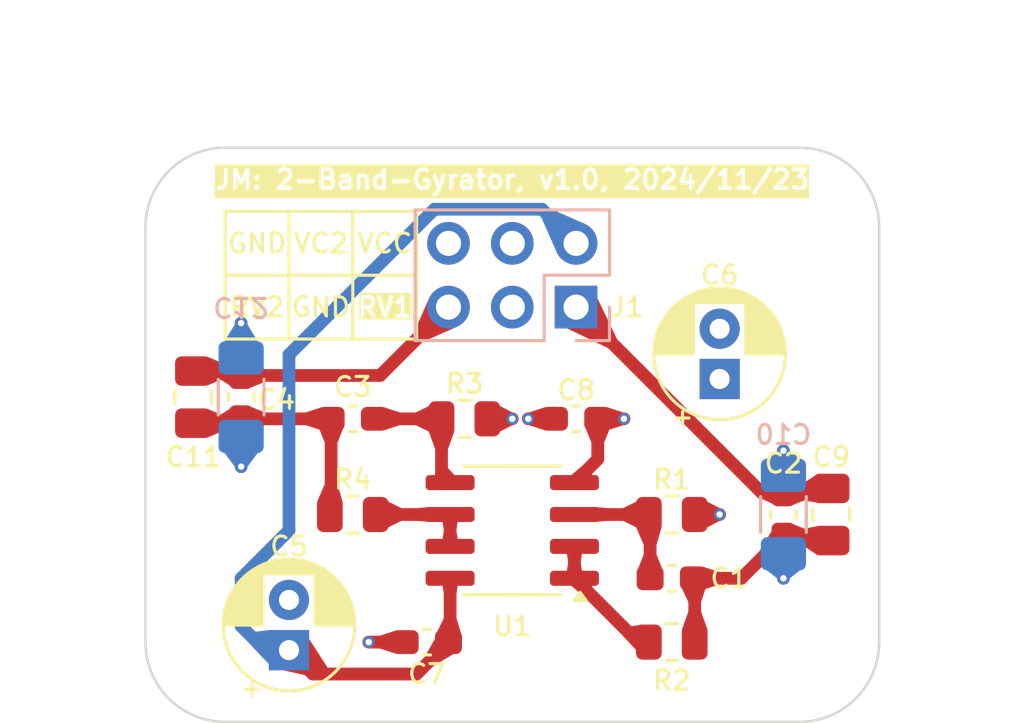
<source format=kicad_pcb>
(kicad_pcb (version 20240108) (generator "pcbnew") (generator_version "8.0")
  (title_block (title "2-Band OpAmp Gyrator") (date "2024-11-23") (rev "1.0"))
  (layers (0 "F.Cu" signal) (1 "In1.Cu" signal) (2 "In2.Cu" signal) (31 "B.Cu" signal) (34 "B.Paste" user) (35 "F.Paste" user) (36 "B.SilkS" user "B.Silkscreen") (37 "F.SilkS" user "F.Silkscreen") (38 "B.Mask" user) (39 "F.Mask" user) (44 "Edge.Cuts" user))
  (net 0 "")
  (net 1 "Net-(C1-Pad2)")
  (net 2 "Net-(U1A-+)")
  (net 3 "/RV1")
  (net 4 "Net-(U1B-+)")
  (net 5 "/RV2")
  (net 6 "/VCC{slash}2")
  (net 7 "VCC")
  (net 8 "GNDA")
  (net 9 "Net-(U1A--)")
  (net 10 "Net-(U1B--)")
  (net 11 "Net-(C11-Pad1)")
  (footprint "Capacitor_SMD:C_0603_1608Metric_Pad1.08x0.95mm_HandSolder" (layer "F.Cu") (at 161.925 78.105 90)
    (property "Reference" "C2" (at 2.032 0 0) (layer "F.SilkS") (effects (font (size 0.762 0.762) (thickness 0.127))))
    (property "Value" "0.68u")
    (fp_line (start -0.146267 -0.51) (end 0.146267 -0.51) (stroke (width 0.127)) (layer "F.SilkS"))
    (fp_line (start -0.146267 0.51) (end 0.146267 0.51) (stroke (width 0.127)) (layer "F.SilkS"))
    (pad "1" smd roundrect (at -0.8625 0 90) (size 1.075 0.95) (layers "F.Cu" "F.Paste" "F.Mask") (net 1 "Net-(C1-Pad2)"))
    (pad "2" smd roundrect (at 0.8625 0 90) (size 1.075 0.95) (layers "F.Cu" "F.Paste" "F.Mask") (net 3 "/RV1"))
  )
  (footprint "Capacitor_SMD:C_0805_2012Metric_Pad1.18x1.45mm_HandSolder" (layer "F.Cu") (at 138.43 73.4325 90)
    (property "Reference" "C11" (at -2.3865 0 0) (layer "F.SilkS") (effects (font (size 0.762 0.762) (thickness 0.127))))
    (property "Value" "1.5u")
    (fp_line (start -0.261252 -0.735) (end 0.261252 -0.735) (stroke (width 0.127)) (layer "F.SilkS"))
    (fp_line (start -0.261252 0.735) (end 0.261252 0.735) (stroke (width 0.127)) (layer "F.SilkS"))
    (pad "1" smd roundrect (at -1.0375 0 90) (size 1.175 1.45) (layers "F.Cu" "F.Paste" "F.Mask") (roundrect_rratio 0.212766) (net 11 "Net-(C11-Pad1)"))
    (pad "2" smd roundrect (at 1.0375 0 90) (size 1.175 1.45) (layers "F.Cu" "F.Paste" "F.Mask") (roundrect_rratio 0.212766) (net 5 "/RV2"))
  )
  (footprint "Capacitor_THT:CP_Radial_D5.0mm_P2.00mm" (layer "F.Cu") (at 159.385 72.710113 90)
    (property "Reference" "C6" (at 4.130113 0 0) (layer "F.SilkS") (effects (font (size 0.762 0.762) (thickness 0.127))))
    (property "Value" "100u")
    (fp_line (start 1.04 -2.58) (end 1.04 -1.04) (stroke (width 0.127)) (layer "F.SilkS"))
    (fp_line (start 1 -2.58) (end 1 -1.04) (stroke (width 0.127)) (layer "F.SilkS"))
    (fp_line (start 1.08 -2.579) (end 1.08 -1.04) (stroke (width 0.127)) (layer "F.SilkS"))
    (fp_line (start 1.12 -2.578) (end 1.12 -1.04) (stroke (width 0.127)) (layer "F.SilkS"))
    (fp_line (start 1.16 -2.576) (end 1.16 -1.04) (stroke (width 0.127)) (layer "F.SilkS"))
    (fp_line (start 1.2 -2.573) (end 1.2 -1.04) (stroke (width 0.127)) (layer "F.SilkS"))
    (fp_line (start 1.24 -2.569) (end 1.24 -1.04) (stroke (width 0.127)) (layer "F.SilkS"))
    (fp_line (start 1.28 -2.565) (end 1.28 -1.04) (stroke (width 0.127)) (layer "F.SilkS"))
    (fp_line (start 1.32 -2.561) (end 1.32 -1.04) (stroke (width 0.127)) (layer "F.SilkS"))
    (fp_line (start 1.36 -2.556) (end 1.36 -1.04) (stroke (width 0.127)) (layer "F.SilkS"))
    (fp_line (start 1.4 -2.55) (end 1.4 -1.04) (stroke (width 0.127)) (layer "F.SilkS"))
    (fp_line (start 1.44 -2.543) (end 1.44 -1.04) (stroke (width 0.127)) (layer "F.SilkS"))
    (fp_line (start 1.48 -2.536) (end 1.48 -1.04) (stroke (width 0.127)) (layer "F.SilkS"))
    (fp_line (start 1.52 -2.528) (end 1.52 -1.04) (stroke (width 0.127)) (layer "F.SilkS"))
    (fp_line (start 1.56 -2.52) (end 1.56 -1.04) (stroke (width 0.127)) (layer "F.SilkS"))
    (fp_line (start 1.6 -2.511) (end 1.6 -1.04) (stroke (width 0.127)) (layer "F.SilkS"))
    (fp_line (start 1.64 -2.501) (end 1.64 -1.04) (stroke (width 0.127)) (layer "F.SilkS"))
    (fp_line (start 1.68 -2.491) (end 1.68 -1.04) (stroke (width 0.127)) (layer "F.SilkS"))
    (fp_line (start 1.721 -2.48) (end 1.721 -1.04) (stroke (width 0.127)) (layer "F.SilkS"))
    (fp_line (start 1.761 -2.468) (end 1.761 -1.04) (stroke (width 0.127)) (layer "F.SilkS"))
    (fp_line (start 1.801 -2.455) (end 1.801 -1.04) (stroke (width 0.127)) (layer "F.SilkS"))
    (fp_line (start 1.841 -2.442) (end 1.841 -1.04) (stroke (width 0.127)) (layer "F.SilkS"))
    (fp_line (start 1.881 -2.428) (end 1.881 -1.04) (stroke (width 0.127)) (layer "F.SilkS"))
    (fp_line (start 1.921 -2.414) (end 1.921 -1.04) (stroke (width 0.127)) (layer "F.SilkS"))
    (fp_line (start 1.961 -2.398) (end 1.961 -1.04) (stroke (width 0.127)) (layer "F.SilkS"))
    (fp_line (start 2.001 -2.382) (end 2.001 -1.04) (stroke (width 0.127)) (layer "F.SilkS"))
    (fp_line (start 2.041 -2.365) (end 2.041 -1.04) (stroke (width 0.127)) (layer "F.SilkS"))
    (fp_line (start 2.081 -2.348) (end 2.081 -1.04) (stroke (width 0.127)) (layer "F.SilkS"))
    (fp_line (start 2.121 -2.329) (end 2.121 -1.04) (stroke (width 0.127)) (layer "F.SilkS"))
    (fp_line (start 2.161 -2.31) (end 2.161 -1.04) (stroke (width 0.127)) (layer "F.SilkS"))
    (fp_line (start 2.201 -2.29) (end 2.201 -1.04) (stroke (width 0.127)) (layer "F.SilkS"))
    (fp_line (start 2.241 -2.268) (end 2.241 -1.04) (stroke (width 0.127)) (layer "F.SilkS"))
    (fp_line (start 2.281 -2.247) (end 2.281 -1.04) (stroke (width 0.127)) (layer "F.SilkS"))
    (fp_line (start 2.321 -2.224) (end 2.321 -1.04) (stroke (width 0.127)) (layer "F.SilkS"))
    (fp_line (start 2.361 -2.2) (end 2.361 -1.04) (stroke (width 0.127)) (layer "F.SilkS"))
    (fp_line (start 2.401 -2.175) (end 2.401 -1.04) (stroke (width 0.127)) (layer "F.SilkS"))
    (fp_line (start 2.441 -2.149) (end 2.441 -1.04) (stroke (width 0.127)) (layer "F.SilkS"))
    (fp_line (start 2.481 -2.122) (end 2.481 -1.04) (stroke (width 0.127)) (layer "F.SilkS"))
    (fp_line (start 2.521 -2.095) (end 2.521 -1.04) (stroke (width 0.127)) (layer "F.SilkS"))
    (fp_line (start 2.561 -2.065) (end 2.561 -1.04) (stroke (width 0.127)) (layer "F.SilkS"))
    (fp_line (start 2.601 -2.035) (end 2.601 -1.04) (stroke (width 0.127)) (layer "F.SilkS"))
    (fp_line (start 2.641 -2.004) (end 2.641 -1.04) (stroke (width 0.127)) (layer "F.SilkS"))
    (fp_line (start 2.681 -1.971) (end 2.681 -1.04) (stroke (width 0.127)) (layer "F.SilkS"))
    (fp_line (start 2.721 -1.937) (end 2.721 -1.04) (stroke (width 0.127)) (layer "F.SilkS"))
    (fp_line (start 2.761 -1.901) (end 2.761 -1.04) (stroke (width 0.127)) (layer "F.SilkS"))
    (fp_line (start 2.801 -1.864) (end 2.801 -1.04) (stroke (width 0.127)) (layer "F.SilkS"))
    (fp_line (start 2.841 -1.826) (end 2.841 -1.04) (stroke (width 0.127)) (layer "F.SilkS"))
    (fp_line (start 2.881 -1.785) (end 2.881 -1.04) (stroke (width 0.127)) (layer "F.SilkS"))
    (fp_line (start 2.921 -1.743) (end 2.921 -1.04) (stroke (width 0.127)) (layer "F.SilkS"))
    (fp_line (start -1.554775 -1.725) (end -1.554775 -1.225) (stroke (width 0.127)) (layer "F.SilkS"))
    (fp_line (start 2.961 -1.699) (end 2.961 -1.04) (stroke (width 0.127)) (layer "F.SilkS"))
    (fp_line (start 3.001 -1.653) (end 3.001 -1.04) (stroke (width 0.127)) (layer "F.SilkS"))
    (fp_line (start 3.041 -1.605) (end 3.041 1.605) (stroke (width 0.127)) (layer "F.SilkS"))
    (fp_line (start 3.081 -1.554) (end 3.081 1.554) (stroke (width 0.127)) (layer "F.SilkS"))
    (fp_line (start 3.121 -1.5) (end 3.121 1.5) (stroke (width 0.127)) (layer "F.SilkS"))
    (fp_line (start -1.804775 -1.475) (end -1.304775 -1.475) (stroke (width 0.127)) (layer "F.SilkS"))
    (fp_line (start 3.161 -1.443) (end 3.161 1.443) (stroke (width 0.127)) (layer "F.SilkS"))
    (fp_line (start 3.201 -1.383) (end 3.201 1.383) (stroke (width 0.127)) (layer "F.SilkS"))
    (fp_line (start 3.241 -1.319) (end 3.241 1.319) (stroke (width 0.127)) (layer "F.SilkS"))
    (fp_line (start 3.281 -1.251) (end 3.281 1.251) (stroke (width 0.127)) (layer "F.SilkS"))
    (fp_line (start 3.321 -1.178) (end 3.321 1.178) (stroke (width 0.127)) (layer "F.SilkS"))
    (fp_line (start 3.361 -1.098) (end 3.361 1.098) (stroke (width 0.127)) (layer "F.SilkS"))
    (fp_line (start 3.401 -1.011) (end 3.401 1.011) (stroke (width 0.127)) (layer "F.SilkS"))
    (fp_line (start 3.441 -0.915) (end 3.441 0.915) (stroke (width 0.127)) (layer "F.SilkS"))
    (fp_line (start 3.481 -0.805) (end 3.481 0.805) (stroke (width 0.127)) (layer "F.SilkS"))
    (fp_line (start 3.521 -0.677) (end 3.521 0.677) (stroke (width 0.127)) (layer "F.SilkS"))
    (fp_line (start 3.561 -0.518) (end 3.561 0.518) (stroke (width 0.127)) (layer "F.SilkS"))
    (fp_line (start 3.601 -0.284) (end 3.601 0.284) (stroke (width 0.127)) (layer "F.SilkS"))
    (fp_line (start 3.001 1.04) (end 3.001 1.653) (stroke (width 0.127)) (layer "F.SilkS"))
    (fp_line (start 2.961 1.04) (end 2.961 1.699) (stroke (width 0.127)) (layer "F.SilkS"))
    (fp_line (start 2.921 1.04) (end 2.921 1.743) (stroke (width 0.127)) (layer "F.SilkS"))
    (fp_line (start 2.881 1.04) (end 2.881 1.785) (stroke (width 0.127)) (layer "F.SilkS"))
    (fp_line (start 2.841 1.04) (end 2.841 1.826) (stroke (width 0.127)) (layer "F.SilkS"))
    (fp_line (start 2.801 1.04) (end 2.801 1.864) (stroke (width 0.127)) (layer "F.SilkS"))
    (fp_line (start 2.761 1.04) (end 2.761 1.901) (stroke (width 0.127)) (layer "F.SilkS"))
    (fp_line (start 2.721 1.04) (end 2.721 1.937) (stroke (width 0.127)) (layer "F.SilkS"))
    (fp_line (start 2.681 1.04) (end 2.681 1.971) (stroke (width 0.127)) (layer "F.SilkS"))
    (fp_line (start 2.641 1.04) (end 2.641 2.004) (stroke (width 0.127)) (layer "F.SilkS"))
    (fp_line (start 2.601 1.04) (end 2.601 2.035) (stroke (width 0.127)) (layer "F.SilkS"))
    (fp_line (start 2.561 1.04) (end 2.561 2.065) (stroke (width 0.127)) (layer "F.SilkS"))
    (fp_line (start 2.521 1.04) (end 2.521 2.095) (stroke (width 0.127)) (layer "F.SilkS"))
    (fp_line (start 2.481 1.04) (end 2.481 2.122) (stroke (width 0.127)) (layer "F.SilkS"))
    (fp_line (start 2.441 1.04) (end 2.441 2.149) (stroke (width 0.127)) (layer "F.SilkS"))
    (fp_line (start 2.401 1.04) (end 2.401 2.175) (stroke (width 0.127)) (layer "F.SilkS"))
    (fp_line (start 2.361 1.04) (end 2.361 2.2) (stroke (width 0.127)) (layer "F.SilkS"))
    (fp_line (start 2.321 1.04) (end 2.321 2.224) (stroke (width 0.127)) (layer "F.SilkS"))
    (fp_line (start 2.281 1.04) (end 2.281 2.247) (stroke (width 0.127)) (layer "F.SilkS"))
    (fp_line (start 2.241 1.04) (end 2.241 2.268) (stroke (width 0.127)) (layer "F.SilkS"))
    (fp_line (start 2.201 1.04) (end 2.201 2.29) (stroke (width 0.127)) (layer "F.SilkS"))
    (fp_line (start 2.161 1.04) (end 2.161 2.31) (stroke (width 0.127)) (layer "F.SilkS"))
    (fp_line (start 2.121 1.04) (end 2.121 2.329) (stroke (width 0.127)) (layer "F.SilkS"))
    (fp_line (start 2.081 1.04) (end 2.081 2.348) (stroke (width 0.127)) (layer "F.SilkS"))
    (fp_line (start 2.041 1.04) (end 2.041 2.365) (stroke (width 0.127)) (layer "F.SilkS"))
    (fp_line (start 2.001 1.04) (end 2.001 2.382) (stroke (width 0.127)) (layer "F.SilkS"))
    (fp_line (start 1.961 1.04) (end 1.961 2.398) (stroke (width 0.127)) (layer "F.SilkS"))
    (fp_line (start 1.921 1.04) (end 1.921 2.414) (stroke (width 0.127)) (layer "F.SilkS"))
    (fp_line (start 1.881 1.04) (end 1.881 2.428) (stroke (width 0.127)) (layer "F.SilkS"))
    (fp_line (start 1.841 1.04) (end 1.841 2.442) (stroke (width 0.127)) (layer "F.SilkS"))
    (fp_line (start 1.801 1.04) (end 1.801 2.455) (stroke (width 0.127)) (layer "F.SilkS"))
    (fp_line (start 1.761 1.04) (end 1.761 2.468) (stroke (width 0.127)) (layer "F.SilkS"))
    (fp_line (start 1.721 1.04) (end 1.721 2.48) (stroke (width 0.127)) (layer "F.SilkS"))
    (fp_line (start 1.68 1.04) (end 1.68 2.491) (stroke (width 0.127)) (layer "F.SilkS"))
    (fp_line (start 1.64 1.04) (end 1.64 2.501) (stroke (width 0.127)) (layer "F.SilkS"))
    (fp_line (start 1.6 1.04) (end 1.6 2.511) (stroke (width 0.127)) (layer "F.SilkS"))
    (fp_line (start 1.56 1.04) (end 1.56 2.52) (stroke (width 0.127)) (layer "F.SilkS"))
    (fp_line (start 1.52 1.04) (end 1.52 2.528) (stroke (width 0.127)) (layer "F.SilkS"))
    (fp_line (start 1.48 1.04) (end 1.48 2.536) (stroke (width 0.127)) (layer "F.SilkS"))
    (fp_line (start 1.44 1.04) (end 1.44 2.543) (stroke (width 0.127)) (layer "F.SilkS"))
    (fp_line (start 1.4 1.04) (end 1.4 2.55) (stroke (width 0.127)) (layer "F.SilkS"))
    (fp_line (start 1.36 1.04) (end 1.36 2.556) (stroke (width 0.127)) (layer "F.SilkS"))
    (fp_line (start 1.32 1.04) (end 1.32 2.561) (stroke (width 0.127)) (layer "F.SilkS"))
    (fp_line (start 1.28 1.04) (end 1.28 2.565) (stroke (width 0.127)) (layer "F.SilkS"))
    (fp_line (start 1.24 1.04) (end 1.24 2.569) (stroke (width 0.127)) (layer "F.SilkS"))
    (fp_line (start 1.2 1.04) (end 1.2 2.573) (stroke (width 0.127)) (layer "F.SilkS"))
    (fp_line (start 1.16 1.04) (end 1.16 2.576) (stroke (width 0.127)) (layer "F.SilkS"))
    (fp_line (start 1.12 1.04) (end 1.12 2.578) (stroke (width 0.127)) (layer "F.SilkS"))
    (fp_line (start 1.08 1.04) (end 1.08 2.579) (stroke (width 0.127)) (layer "F.SilkS"))
    (fp_line (start 1.04 1.04) (end 1.04 2.58) (stroke (width 0.127)) (layer "F.SilkS"))
    (fp_line (start 1 1.04) (end 1 2.58) (stroke (width 0.127)) (layer "F.SilkS"))
    (fp_circle (center 1 0) (end 3.62 0) (stroke (width 0.127)) (fill none) (layer "F.SilkS"))
    (pad "1" thru_hole rect (at 0 0 90) (size 1.6 1.6) (drill 0.8) (layers "*.Cu" "*.Mask") (net 6 "/VCC{slash}2"))
    (pad "2" thru_hole circle (at 2 0 90) (size 1.6 1.6) (drill 0.8) (layers "*.Cu" "*.Mask") (net 8 "GNDA"))
  )
  (footprint "Package_SO:SOIC-8_3.9x4.9mm_P1.27mm" (layer "F.Cu") (at 151.13 78.74 180)
    (property "Reference" "U1" (at 0 -3.81 0) (layer "F.SilkS") (effects (font (size 0.762 0.762) (thickness 0.127))))
    (property "Value" "296-TL072HIDRCT-ND")
    (fp_line (start 0 2.56) (end 1.95 2.56) (stroke (width 0.127)) (layer "F.SilkS"))
    (fp_line (start 0 2.56) (end -1.95 2.56) (stroke (width 0.127)) (layer "F.SilkS"))
    (fp_line (start 0 -2.56) (end 1.95 -2.56) (stroke (width 0.127)) (layer "F.SilkS"))
    (fp_line (start 0 -2.56) (end -1.95 -2.56) (stroke (width 0.127)) (layer "F.SilkS"))
    (fp_poly (pts (xy -2.7 -2.465) (xy -2.94 -2.795) (xy -2.46 -2.795) (xy -2.7 -2.465)) (stroke (width 0.127)) (fill solid) (layer "F.SilkS"))
    (pad "1" smd roundrect (at -2.475 -1.905 180) (size 1.95 0.6) (layers "F.Cu" "F.Paste" "F.Mask") (net 9 "Net-(U1A--)"))
    (pad "2" smd roundrect (at -2.475 -0.635 180) (size 1.95 0.6) (layers "F.Cu" "F.Paste" "F.Mask") (net 9 "Net-(U1A--)"))
    (pad "3" smd roundrect (at -2.475 0.635 180) (size 1.95 0.6) (layers "F.Cu" "F.Paste" "F.Mask") (net 2 "Net-(U1A-+)"))
    (pad "4" smd roundrect (at -2.475 1.905 180) (size 1.95 0.6) (layers "F.Cu" "F.Paste" "F.Mask") (net 8 "GNDA"))
    (pad "5" smd roundrect (at 2.475 1.905 180) (size 1.95 0.6) (layers "F.Cu" "F.Paste" "F.Mask") (net 4 "Net-(U1B-+)"))
    (pad "6" smd roundrect (at 2.475 0.635 180) (size 1.95 0.6) (layers "F.Cu" "F.Paste" "F.Mask") (net 10 "Net-(U1B--)"))
    (pad "7" smd roundrect (at 2.475 -0.635 180) (size 1.95 0.6) (layers "F.Cu" "F.Paste" "F.Mask") (net 10 "Net-(U1B--)"))
    (pad "8" smd roundrect (at 2.475 -1.905 180) (size 1.95 0.6) (layers "F.Cu" "F.Paste" "F.Mask") (net 7 "VCC"))
  )
  (footprint "Resistor_SMD:R_0805_2012Metric" (layer "F.Cu") (at 149.225 74.295 180)
    (property "Reference" "R3" (at 0 1.397 0) (layer "F.SilkS") (effects (font (size 0.762 0.762) (thickness 0.127))))
    (property "Value" "100K")
    (fp_line (start -0.227064 0.735) (end 0.227064 0.735) (stroke (width 0.127)) (layer "F.SilkS"))
    (fp_line (start -0.227064 -0.735) (end 0.227064 -0.735) (stroke (width 0.127)) (layer "F.SilkS"))
    (pad "1" smd roundrect (at -0.9125 0 180) (size 1.025 1.4) (layers "F.Cu" "F.Paste" "F.Mask") (roundrect_rratio 0.243902) (net 6 "/VCC{slash}2"))
    (pad "2" smd roundrect (at 0.9125 0 180) (size 1.025 1.4) (layers "F.Cu" "F.Paste" "F.Mask") (roundrect_rratio 0.243902) (net 4 "Net-(U1B-+)"))
  )
  (footprint "Capacitor_SMD:C_0603_1608Metric_Pad1.08x0.95mm_HandSolder" (layer "F.Cu") (at 147.7275 83.185)
    (property "Reference" "C7" (at 0 1.27 0) (layer "F.SilkS") (effects (font (size 0.762 0.762) (thickness 0.127))))
    (property "Value" "0.1u")
    (fp_line (start -0.146267 -0.51) (end 0.146267 -0.51) (stroke (width 0.127)) (layer "F.SilkS"))
    (fp_line (start -0.146267 0.51) (end 0.146267 0.51) (stroke (width 0.127)) (layer "F.SilkS"))
    (pad "1" smd roundrect (at -0.8625 0) (size 1.075 0.95) (layers "F.Cu" "F.Paste" "F.Mask") (net 6 "/VCC{slash}2"))
    (pad "2" smd roundrect (at 0.8625 0) (size 1.075 0.95) (layers "F.Cu" "F.Paste" "F.Mask") (net 7 "VCC"))
  )
  (footprint "Resistor_SMD:R_0805_2012Metric" (layer "F.Cu") (at 157.48 83.185 180)
    (property "Reference" "R2" (at 0 -1.524 0) (layer "F.SilkS") (effects (font (size 0.762 0.762) (thickness 0.127))))
    (property "Value" "330")
    (fp_line (start -0.227064 0.735) (end 0.227064 0.735) (stroke (width 0.127)) (layer "F.SilkS"))
    (fp_line (start -0.227064 -0.735) (end 0.227064 -0.735) (stroke (width 0.127)) (layer "F.SilkS"))
    (pad "1" smd roundrect (at -0.9125 0 180) (size 1.025 1.4) (layers "F.Cu" "F.Paste" "F.Mask") (roundrect_rratio 0.243902) (net 1 "Net-(C1-Pad2)"))
    (pad "2" smd roundrect (at 0.9125 0 180) (size 1.025 1.4) (layers "F.Cu" "F.Paste" "F.Mask") (roundrect_rratio 0.243902) (net 9 "Net-(U1A--)"))
  )
  (footprint "Capacitor_SMD:C_0805_2012Metric_Pad1.18x1.45mm_HandSolder" (layer "F.Cu") (at 163.83 78.105 90)
    (property "Reference" "C9" (at 2.286 0 0) (layer "F.SilkS") (effects (font (size 0.762 0.762) (thickness 0.127))))
    (property "Value" "1.5u")
    (fp_line (start -0.261252 -0.735) (end 0.261252 -0.735) (stroke (width 0.127)) (layer "F.SilkS"))
    (fp_line (start -0.261252 0.735) (end 0.261252 0.735) (stroke (width 0.127)) (layer "F.SilkS"))
    (pad "1" smd roundrect (at -1.0375 0 90) (size 1.175 1.45) (layers "F.Cu" "F.Paste" "F.Mask") (roundrect_rratio 0.212766) (net 1 "Net-(C1-Pad2)"))
    (pad "2" smd roundrect (at 1.0375 0 90) (size 1.175 1.45) (layers "F.Cu" "F.Paste" "F.Mask") (roundrect_rratio 0.212766) (net 3 "/RV1"))
  )
  (footprint "Resistor_SMD:R_0805_2012Metric" (layer "F.Cu") (at 157.48 78.105 180)
    (property "Reference" "R1" (at 0 1.397 0) (layer "F.SilkS") (effects (font (size 0.762 0.762) (thickness 0.127))))
    (property "Value" "100K")
    (fp_line (start -0.227064 0.735) (end 0.227064 0.735) (stroke (width 0.127)) (layer "F.SilkS"))
    (fp_line (start -0.227064 -0.735) (end 0.227064 -0.735) (stroke (width 0.127)) (layer "F.SilkS"))
    (pad "1" smd roundrect (at -0.9125 0 180) (size 1.025 1.4) (layers "F.Cu" "F.Paste" "F.Mask") (roundrect_rratio 0.243902) (net 6 "/VCC{slash}2"))
    (pad "2" smd roundrect (at 0.9125 0 180) (size 1.025 1.4) (layers "F.Cu" "F.Paste" "F.Mask") (roundrect_rratio 0.243902) (net 2 "Net-(U1A-+)"))
  )
  (footprint "Capacitor_SMD:C_0603_1608Metric_Pad1.08x0.95mm_HandSolder" (layer "F.Cu") (at 140.335 73.4325 90)
    (property "Reference" "C4" (at -0.1005 1.397 0) (layer "F.SilkS") (effects (font (size 0.762 0.762) (thickness 0.127))))
    (property "Value" "0.33u")
    (fp_line (start -0.146267 -0.51) (end 0.146267 -0.51) (stroke (width 0.127)) (layer "F.SilkS"))
    (fp_line (start -0.146267 0.51) (end 0.146267 0.51) (stroke (width 0.127)) (layer "F.SilkS"))
    (pad "1" smd roundrect (at -0.8625 0 90) (size 1.075 0.95) (layers "F.Cu" "F.Paste" "F.Mask") (net 11 "Net-(C11-Pad1)"))
    (pad "2" smd roundrect (at 0.8625 0 90) (size 1.075 0.95) (layers "F.Cu" "F.Paste" "F.Mask") (net 5 "/RV2"))
  )
  (footprint "Capacitor_SMD:C_0603_1608Metric_Pad1.08x0.95mm_HandSolder" (layer "F.Cu") (at 144.78 74.295 180)
    (property "Reference" "C3" (at 0 1.27 0) (layer "F.SilkS") (effects (font (size 0.762 0.762) (thickness 0.127))))
    (property "Value" "15n")
    (fp_line (start -0.146267 0.51) (end 0.146267 0.51) (stroke (width 0.127)) (layer "F.SilkS"))
    (fp_line (start -0.146267 -0.51) (end 0.146267 -0.51) (stroke (width 0.127)) (layer "F.SilkS"))
    (pad "1" smd roundrect (at -0.8625 0 180) (size 1.075 0.95) (layers "F.Cu" "F.Paste" "F.Mask") (net 4 "Net-(U1B-+)"))
    (pad "2" smd roundrect (at 0.8625 0 180) (size 1.075 0.95) (layers "F.Cu" "F.Paste" "F.Mask") (net 11 "Net-(C11-Pad1)"))
  )
  (footprint "Capacitor_THT:CP_Radial_D5.0mm_P2.00mm" (layer "F.Cu") (at 142.24 83.505113 90)
    (property "Reference" "C5" (at 4.130113 0 0) (layer "F.SilkS") (effects (font (size 0.762 0.762) (thickness 0.127))))
    (property "Value" "100u")
    (fp_line (start 1.04 -2.58) (end 1.04 -1.04) (stroke (width 0.127)) (layer "F.SilkS"))
    (fp_line (start 1 -2.58) (end 1 -1.04) (stroke (width 0.127)) (layer "F.SilkS"))
    (fp_line (start 1.08 -2.579) (end 1.08 -1.04) (stroke (width 0.127)) (layer "F.SilkS"))
    (fp_line (start 1.12 -2.578) (end 1.12 -1.04) (stroke (width 0.127)) (layer "F.SilkS"))
    (fp_line (start 1.16 -2.576) (end 1.16 -1.04) (stroke (width 0.127)) (layer "F.SilkS"))
    (fp_line (start 1.2 -2.573) (end 1.2 -1.04) (stroke (width 0.127)) (layer "F.SilkS"))
    (fp_line (start 1.24 -2.569) (end 1.24 -1.04) (stroke (width 0.127)) (layer "F.SilkS"))
    (fp_line (start 1.28 -2.565) (end 1.28 -1.04) (stroke (width 0.127)) (layer "F.SilkS"))
    (fp_line (start 1.32 -2.561) (end 1.32 -1.04) (stroke (width 0.127)) (layer "F.SilkS"))
    (fp_line (start 1.36 -2.556) (end 1.36 -1.04) (stroke (width 0.127)) (layer "F.SilkS"))
    (fp_line (start 1.4 -2.55) (end 1.4 -1.04) (stroke (width 0.127)) (layer "F.SilkS"))
    (fp_line (start 1.44 -2.543) (end 1.44 -1.04) (stroke (width 0.127)) (layer "F.SilkS"))
    (fp_line (start 1.48 -2.536) (end 1.48 -1.04) (stroke (width 0.127)) (layer "F.SilkS"))
    (fp_line (start 1.52 -2.528) (end 1.52 -1.04) (stroke (width 0.127)) (layer "F.SilkS"))
    (fp_line (start 1.56 -2.52) (end 1.56 -1.04) (stroke (width 0.127)) (layer "F.SilkS"))
    (fp_line (start 1.6 -2.511) (end 1.6 -1.04) (stroke (width 0.127)) (layer "F.SilkS"))
    (fp_line (start 1.64 -2.501) (end 1.64 -1.04) (stroke (width 0.127)) (layer "F.SilkS"))
    (fp_line (start 1.68 -2.491) (end 1.68 -1.04) (stroke (width 0.127)) (layer "F.SilkS"))
    (fp_line (start 1.721 -2.48) (end 1.721 -1.04) (stroke (width 0.127)) (layer "F.SilkS"))
    (fp_line (start 1.761 -2.468) (end 1.761 -1.04) (stroke (width 0.127)) (layer "F.SilkS"))
    (fp_line (start 1.801 -2.455) (end 1.801 -1.04) (stroke (width 0.127)) (layer "F.SilkS"))
    (fp_line (start 1.841 -2.442) (end 1.841 -1.04) (stroke (width 0.127)) (layer "F.SilkS"))
    (fp_line (start 1.881 -2.428) (end 1.881 -1.04) (stroke (width 0.127)) (layer "F.SilkS"))
    (fp_line (start 1.921 -2.414) (end 1.921 -1.04) (stroke (width 0.127)) (layer "F.SilkS"))
    (fp_line (start 1.961 -2.398) (end 1.961 -1.04) (stroke (width 0.127)) (layer "F.SilkS"))
    (fp_line (start 2.001 -2.382) (end 2.001 -1.04) (stroke (width 0.127)) (layer "F.SilkS"))
    (fp_line (start 2.041 -2.365) (end 2.041 -1.04) (stroke (width 0.127)) (layer "F.SilkS"))
    (fp_line (start 2.081 -2.348) (end 2.081 -1.04) (stroke (width 0.127)) (layer "F.SilkS"))
    (fp_line (start 2.121 -2.329) (end 2.121 -1.04) (stroke (width 0.127)) (layer "F.SilkS"))
    (fp_line (start 2.161 -2.31) (end 2.161 -1.04) (stroke (width 0.127)) (layer "F.SilkS"))
    (fp_line (start 2.201 -2.29) (end 2.201 -1.04) (stroke (width 0.127)) (layer "F.SilkS"))
    (fp_line (start 2.241 -2.268) (end 2.241 -1.04) (stroke (width 0.127)) (layer "F.SilkS"))
    (fp_line (start 2.281 -2.247) (end 2.281 -1.04) (stroke (width 0.127)) (layer "F.SilkS"))
    (fp_line (start 2.321 -2.224) (end 2.321 -1.04) (stroke (width 0.127)) (layer "F.SilkS"))
    (fp_line (start 2.361 -2.2) (end 2.361 -1.04) (stroke (width 0.127)) (layer "F.SilkS"))
    (fp_line (start 2.401 -2.175) (end 2.401 -1.04) (stroke (width 0.127)) (layer "F.SilkS"))
    (fp_line (start 2.441 -2.149) (end 2.441 -1.04) (stroke (width 0.127)) (layer "F.SilkS"))
    (fp_line (start 2.481 -2.122) (end 2.481 -1.04) (stroke (width 0.127)) (layer "F.SilkS"))
    (fp_line (start 2.521 -2.095) (end 2.521 -1.04) (stroke (width 0.127)) (layer "F.SilkS"))
    (fp_line (start 2.561 -2.065) (end 2.561 -1.04) (stroke (width 0.127)) (layer "F.SilkS"))
    (fp_line (start 2.601 -2.035) (end 2.601 -1.04) (stroke (width 0.127)) (layer "F.SilkS"))
    (fp_line (start 2.641 -2.004) (end 2.641 -1.04) (stroke (width 0.127)) (layer "F.SilkS"))
    (fp_line (start 2.681 -1.971) (end 2.681 -1.04) (stroke (width 0.127)) (layer "F.SilkS"))
    (fp_line (start 2.721 -1.937) (end 2.721 -1.04) (stroke (width 0.127)) (layer "F.SilkS"))
    (fp_line (start 2.761 -1.901) (end 2.761 -1.04) (stroke (width 0.127)) (layer "F.SilkS"))
    (fp_line (start 2.801 -1.864) (end 2.801 -1.04) (stroke (width 0.127)) (layer "F.SilkS"))
    (fp_line (start 2.841 -1.826) (end 2.841 -1.04) (stroke (width 0.127)) (layer "F.SilkS"))
    (fp_line (start 2.881 -1.785) (end 2.881 -1.04) (stroke (width 0.127)) (layer "F.SilkS"))
    (fp_line (start 2.921 -1.743) (end 2.921 -1.04) (stroke (width 0.127)) (layer "F.SilkS"))
    (fp_line (start -1.554775 -1.725) (end -1.554775 -1.225) (stroke (width 0.127)) (layer "F.SilkS"))
    (fp_line (start 2.961 -1.699) (end 2.961 -1.04) (stroke (width 0.127)) (layer "F.SilkS"))
    (fp_line (start 3.001 -1.653) (end 3.001 -1.04) (stroke (width 0.127)) (layer "F.SilkS"))
    (fp_line (start 3.041 -1.605) (end 3.041 1.605) (stroke (width 0.127)) (layer "F.SilkS"))
    (fp_line (start 3.081 -1.554) (end 3.081 1.554) (stroke (width 0.127)) (layer "F.SilkS"))
    (fp_line (start 3.121 -1.5) (end 3.121 1.5) (stroke (width 0.127)) (layer "F.SilkS"))
    (fp_line (start -1.804775 -1.475) (end -1.304775 -1.475) (stroke (width 0.127)) (layer "F.SilkS"))
    (fp_line (start 3.161 -1.443) (end 3.161 1.443) (stroke (width 0.127)) (layer "F.SilkS"))
    (fp_line (start 3.201 -1.383) (end 3.201 1.383) (stroke (width 0.127)) (layer "F.SilkS"))
    (fp_line (start 3.241 -1.319) (end 3.241 1.319) (stroke (width 0.127)) (layer "F.SilkS"))
    (fp_line (start 3.281 -1.251) (end 3.281 1.251) (stroke (width 0.127)) (layer "F.SilkS"))
    (fp_line (start 3.321 -1.178) (end 3.321 1.178) (stroke (width 0.127)) (layer "F.SilkS"))
    (fp_line (start 3.361 -1.098) (end 3.361 1.098) (stroke (width 0.127)) (layer "F.SilkS"))
    (fp_line (start 3.401 -1.011) (end 3.401 1.011) (stroke (width 0.127)) (layer "F.SilkS"))
    (fp_line (start 3.441 -0.915) (end 3.441 0.915) (stroke (width 0.127)) (layer "F.SilkS"))
    (fp_line (start 3.481 -0.805) (end 3.481 0.805) (stroke (width 0.127)) (layer "F.SilkS"))
    (fp_line (start 3.521 -0.677) (end 3.521 0.677) (stroke (width 0.127)) (layer "F.SilkS"))
    (fp_line (start 3.561 -0.518) (end 3.561 0.518) (stroke (width 0.127)) (layer "F.SilkS"))
    (fp_line (start 3.601 -0.284) (end 3.601 0.284) (stroke (width 0.127)) (layer "F.SilkS"))
    (fp_line (start 3.001 1.04) (end 3.001 1.653) (stroke (width 0.127)) (layer "F.SilkS"))
    (fp_line (start 2.961 1.04) (end 2.961 1.699) (stroke (width 0.127)) (layer "F.SilkS"))
    (fp_line (start 2.921 1.04) (end 2.921 1.743) (stroke (width 0.127)) (layer "F.SilkS"))
    (fp_line (start 2.881 1.04) (end 2.881 1.785) (stroke (width 0.127)) (layer "F.SilkS"))
    (fp_line (start 2.841 1.04) (end 2.841 1.826) (stroke (width 0.127)) (layer "F.SilkS"))
    (fp_line (start 2.801 1.04) (end 2.801 1.864) (stroke (width 0.127)) (layer "F.SilkS"))
    (fp_line (start 2.761 1.04) (end 2.761 1.901) (stroke (width 0.127)) (layer "F.SilkS"))
    (fp_line (start 2.721 1.04) (end 2.721 1.937) (stroke (width 0.127)) (layer "F.SilkS"))
    (fp_line (start 2.681 1.04) (end 2.681 1.971) (stroke (width 0.127)) (layer "F.SilkS"))
    (fp_line (start 2.641 1.04) (end 2.641 2.004) (stroke (width 0.127)) (layer "F.SilkS"))
    (fp_line (start 2.601 1.04) (end 2.601 2.035) (stroke (width 0.127)) (layer "F.SilkS"))
    (fp_line (start 2.561 1.04) (end 2.561 2.065) (stroke (width 0.127)) (layer "F.SilkS"))
    (fp_line (start 2.521 1.04) (end 2.521 2.095) (stroke (width 0.127)) (layer "F.SilkS"))
    (fp_line (start 2.481 1.04) (end 2.481 2.122) (stroke (width 0.127)) (layer "F.SilkS"))
    (fp_line (start 2.441 1.04) (end 2.441 2.149) (stroke (width 0.127)) (layer "F.SilkS"))
    (fp_line (start 2.401 1.04) (end 2.401 2.175) (stroke (width 0.127)) (layer "F.SilkS"))
    (fp_line (start 2.361 1.04) (end 2.361 2.2) (stroke (width 0.127)) (layer "F.SilkS"))
    (fp_line (start 2.321 1.04) (end 2.321 2.224) (stroke (width 0.127)) (layer "F.SilkS"))
    (fp_line (start 2.281 1.04) (end 2.281 2.247) (stroke (width 0.127)) (layer "F.SilkS"))
    (fp_line (start 2.241 1.04) (end 2.241 2.268) (stroke (width 0.127)) (layer "F.SilkS"))
    (fp_line (start 2.201 1.04) (end 2.201 2.29) (stroke (width 0.127)) (layer "F.SilkS"))
    (fp_line (start 2.161 1.04) (end 2.161 2.31) (stroke (width 0.127)) (layer "F.SilkS"))
    (fp_line (start 2.121 1.04) (end 2.121 2.329) (stroke (width 0.127)) (layer "F.SilkS"))
    (fp_line (start 2.081 1.04) (end 2.081 2.348) (stroke (width 0.127)) (layer "F.SilkS"))
    (fp_line (start 2.041 1.04) (end 2.041 2.365) (stroke (width 0.127)) (layer "F.SilkS"))
    (fp_line (start 2.001 1.04) (end 2.001 2.382) (stroke (width 0.127)) (layer "F.SilkS"))
    (fp_line (start 1.961 1.04) (end 1.961 2.398) (stroke (width 0.127)) (layer "F.SilkS"))
    (fp_line (start 1.921 1.04) (end 1.921 2.414) (stroke (width 0.127)) (layer "F.SilkS"))
    (fp_line (start 1.881 1.04) (end 1.881 2.428) (stroke (width 0.127)) (layer "F.SilkS"))
    (fp_line (start 1.841 1.04) (end 1.841 2.442) (stroke (width 0.127)) (layer "F.SilkS"))
    (fp_line (start 1.801 1.04) (end 1.801 2.455) (stroke (width 0.127)) (layer "F.SilkS"))
    (fp_line (start 1.761 1.04) (end 1.761 2.468) (stroke (width 0.127)) (layer "F.SilkS"))
    (fp_line (start 1.721 1.04) (end 1.721 2.48) (stroke (width 0.127)) (layer "F.SilkS"))
    (fp_line (start 1.68 1.04) (end 1.68 2.491) (stroke (width 0.127)) (layer "F.SilkS"))
    (fp_line (start 1.64 1.04) (end 1.64 2.501) (stroke (width 0.127)) (layer "F.SilkS"))
    (fp_line (start 1.6 1.04) (end 1.6 2.511) (stroke (width 0.127)) (layer "F.SilkS"))
    (fp_line (start 1.56 1.04) (end 1.56 2.52) (stroke (width 0.127)) (layer "F.SilkS"))
    (fp_line (start 1.52 1.04) (end 1.52 2.528) (stroke (width 0.127)) (layer "F.SilkS"))
    (fp_line (start 1.48 1.04) (end 1.48 2.536) (stroke (width 0.127)) (layer "F.SilkS"))
    (fp_line (start 1.44 1.04) (end 1.44 2.543) (stroke (width 0.127)) (layer "F.SilkS"))
    (fp_line (start 1.4 1.04) (end 1.4 2.55) (stroke (width 0.127)) (layer "F.SilkS"))
    (fp_line (start 1.36 1.04) (end 1.36 2.556) (stroke (width 0.127)) (layer "F.SilkS"))
    (fp_line (start 1.32 1.04) (end 1.32 2.561) (stroke (width 0.127)) (layer "F.SilkS"))
    (fp_line (start 1.28 1.04) (end 1.28 2.565) (stroke (width 0.127)) (layer "F.SilkS"))
    (fp_line (start 1.24 1.04) (end 1.24 2.569) (stroke (width 0.127)) (layer "F.SilkS"))
    (fp_line (start 1.2 1.04) (end 1.2 2.573) (stroke (width 0.127)) (layer "F.SilkS"))
    (fp_line (start 1.16 1.04) (end 1.16 2.576) (stroke (width 0.127)) (layer "F.SilkS"))
    (fp_line (start 1.12 1.04) (end 1.12 2.578) (stroke (width 0.127)) (layer "F.SilkS"))
    (fp_line (start 1.08 1.04) (end 1.08 2.579) (stroke (width 0.127)) (layer "F.SilkS"))
    (fp_line (start 1.04 1.04) (end 1.04 2.58) (stroke (width 0.127)) (layer "F.SilkS"))
    (fp_line (start 1 1.04) (end 1 2.58) (stroke (width 0.127)) (layer "F.SilkS"))
    (fp_circle (center 1 0) (end 3.62 0) (stroke (width 0.127)) (fill none) (layer "F.SilkS"))
    (pad "1" thru_hole rect (at 0 0 90) (size 1.6 1.6) (drill 0.8) (layers "*.Cu" "*.Mask") (net 7 "VCC"))
    (pad "2" thru_hole circle (at 2 0 90) (size 1.6 1.6) (drill 0.8) (layers "*.Cu" "*.Mask") (net 6 "/VCC{slash}2"))
  )
  (footprint "Resistor_SMD:R_0805_2012Metric" (layer "F.Cu") (at 144.78 78.105)
    (property "Reference" "R4" (at 0 -1.397 0) (layer "F.SilkS") (effects (font (size 0.762 0.762) (thickness 0.127))))
    (property "Value" "330")
    (fp_line (start -0.227064 -0.735) (end 0.227064 -0.735) (stroke (width 0.127)) (layer "F.SilkS"))
    (fp_line (start -0.227064 0.735) (end 0.227064 0.735) (stroke (width 0.127)) (layer "F.SilkS"))
    (pad "1" smd roundrect (at -0.9125 0) (size 1.025 1.4) (layers "F.Cu" "F.Paste" "F.Mask") (roundrect_rratio 0.243902) (net 11 "Net-(C11-Pad1)"))
    (pad "2" smd roundrect (at 0.9125 0) (size 1.025 1.4) (layers "F.Cu" "F.Paste" "F.Mask") (roundrect_rratio 0.243902) (net 10 "Net-(U1B--)"))
  )
  (footprint "Capacitor_SMD:C_0603_1608Metric_Pad1.08x0.95mm_HandSolder" (layer "F.Cu") (at 157.48 80.645)
    (property "Reference" "C1" (at 2.286 0 0) (layer "F.SilkS") (effects (font (size 0.762 0.762) (thickness 0.127))))
    (property "Value" "33n")
    (fp_line (start -0.146267 -0.51) (end 0.146267 -0.51) (stroke (width 0.127)) (layer "F.SilkS"))
    (fp_line (start -0.146267 0.51) (end 0.146267 0.51) (stroke (width 0.127)) (layer "F.SilkS"))
    (pad "1" smd roundrect (at -0.8625 0) (size 1.075 0.95) (layers "F.Cu" "F.Paste" "F.Mask") (net 2 "Net-(U1A-+)"))
    (pad "2" smd roundrect (at 0.8625 0) (size 1.075 0.95) (layers "F.Cu" "F.Paste" "F.Mask") (net 1 "Net-(C1-Pad2)"))
  )
  (footprint "Capacitor_SMD:C_0603_1608Metric_Pad1.08x0.95mm_HandSolder" (layer "F.Cu") (at 153.67 74.295 180)
    (property "Reference" "C8" (at 0 1.143 0) (layer "F.SilkS") (effects (font (size 0.762 0.762) (thickness 0.127))))
    (property "Value" "0.1u")
    (fp_line (start -0.146267 0.51) (end 0.146267 0.51) (stroke (width 0.127)) (layer "F.SilkS"))
    (fp_line (start -0.146267 -0.51) (end 0.146267 -0.51) (stroke (width 0.127)) (layer "F.SilkS"))
    (pad "1" smd roundrect (at -0.8625 0 180) (size 1.075 0.95) (layers "F.Cu" "F.Paste" "F.Mask") (net 8 "GNDA"))
    (pad "2" smd roundrect (at 0.8625 0 180) (size 1.075 0.95) (layers "F.Cu" "F.Paste" "F.Mask") (net 6 "/VCC{slash}2"))
  )
  (footprint "Connector_PinHeader_2.54mm:PinHeader_2x03_P2.54mm_Vertical" (layer "B.Cu") (at 153.67 69.85 90)
    (property "Reference" "J1" (at 0 2.032 0) (layer "F.SilkS") (effects (font (size 0.762 0.762) (thickness 0.127))))
    (property "Value" "PHED-DS006G1ABOGA-A006")
    (fp_line (start 3.87 -6.41) (end -1.33 -6.41) (stroke (width 0.127)) (layer "B.SilkS"))
    (fp_line (start 3.87 -6.41) (end 3.87 1.33) (stroke (width 0.127)) (layer "B.SilkS"))
    (fp_line (start -1.33 -6.41) (end -1.33 -1.27) (stroke (width 0.127)) (layer "B.SilkS"))
    (fp_line (start 1.27 -1.27) (end -1.33 -1.27) (stroke (width 0.127)) (layer "B.SilkS"))
    (fp_line (start 3.87 1.33) (end 1.27 1.33) (stroke (width 0.127)) (layer "B.SilkS"))
    (fp_line (start 1.27 1.33) (end 1.27 -1.27) (stroke (width 0.127)) (layer "B.SilkS"))
    (fp_line (start 0 1.33) (end -1.33 1.33) (stroke (width 0.127)) (layer "B.SilkS"))
    (fp_line (start -1.33 1.33) (end -1.33 0) (stroke (width 0.127)) (layer "B.SilkS"))
    (pad "1" thru_hole rect (at 0 0 90) (size 1.7 1.7) (drill 1) (layers "*.Cu" "*.Mask") (net 3 "/RV1"))
    (pad "2" thru_hole oval (at 2.54 0 90) (size 1.7 1.7) (drill 1) (layers "*.Cu" "*.Mask") (net 7 "VCC"))
    (pad "3" thru_hole oval (at 0 -2.54 90) (size 1.7 1.7) (drill 1) (layers "*.Cu" "*.Mask") (net 8 "GNDA"))
    (pad "4" thru_hole oval (at 2.54 -2.54 90) (size 1.7 1.7) (drill 1) (layers "*.Cu" "*.Mask") (net 6 "/VCC{slash}2"))
    (pad "5" thru_hole oval (at 0 -5.08 90) (size 1.7 1.7) (drill 1) (layers "*.Cu" "*.Mask") (net 5 "/RV2"))
    (pad "6" thru_hole oval (at 2.54 -5.08 90) (size 1.7 1.7) (drill 1) (layers "*.Cu" "*.Mask") (net 8 "GNDA"))
  )
  (footprint "Capacitor_SMD:C_1206_3216Metric_Pad1.33x1.80mm_HandSolder" (layer "B.Cu") (at 140.335 73.4325 90)
    (property "Reference" "C12" (at 3.5825 0 180) (layer "B.SilkS") (effects (font (size 0.762 0.762) (thickness 0.127)) (justify mirror)))
    (property "Value" "3.3u")
    (fp_line (start 0.711252 -0.91) (end -0.711252 -0.91) (stroke (width 0.127)) (layer "B.SilkS"))
    (fp_line (start 0.711252 0.91) (end -0.711252 0.91) (stroke (width 0.127)) (layer "B.SilkS"))
    (pad "1" smd roundrect (at -1.5625 0 90) (size 1.325 1.8) (layers "B.Cu" "B.Paste" "B.Mask") (roundrect_rratio 0.188679) (net 11 "Net-(C11-Pad1)"))
    (pad "2" smd roundrect (at 1.5625 0 90) (size 1.325 1.8) (layers "B.Cu" "B.Paste" "B.Mask") (roundrect_rratio 0.188679) (net 5 "/RV2"))
  )
  (footprint "Capacitor_SMD:C_1206_3216Metric_Pad1.33x1.80mm_HandSolder" (layer "B.Cu") (at 161.925 78.105 90)
    (property "Reference" "C10" (at 3.175 0 0) (layer "B.SilkS") (effects (font (size 0.762 0.762) (thickness 0.127)) (justify mirror)))
    (property "Value" "3.3u")
    (fp_line (start 0.711252 -0.91) (end -0.711252 -0.91) (stroke (width 0.127)) (layer "B.SilkS"))
    (fp_line (start 0.711252 0.91) (end -0.711252 0.91) (stroke (width 0.127)) (layer "B.SilkS"))
    (pad "1" smd roundrect (at -1.5625 0 90) (size 1.325 1.8) (layers "B.Cu" "B.Paste" "B.Mask") (roundrect_rratio 0.188679) (net 1 "Net-(C1-Pad2)"))
    (pad "2" smd roundrect (at 1.5625 0 90) (size 1.325 1.8) (layers "B.Cu" "B.Paste" "B.Mask") (roundrect_rratio 0.188679) (net 3 "/RV1"))
  )
  (gr_line (start 139.7 68.58) (end 147.32 68.58) (stroke (width 0.127)) (layer "F.SilkS"))
  (gr_line (start 144.78 66.04) (end 144.78 68.58) (stroke (width 0.127)) (layer "F.SilkS"))
  (gr_line (start 142.24 66.04) (end 142.24 68.58) (stroke (width 0.127)) (layer "F.SilkS"))
  (gr_line (start 142.24 68.58) (end 142.24 71.12) (stroke (width 0.127)) (layer "F.SilkS"))
  (gr_rect (start 139.7 66.04) (end 147.32 71.12) (stroke (width 0.127)) (fill none) (layer "F.SilkS"))
  (gr_line (start 144.78 68.58) (end 144.78 71.12) (stroke (width 0.127)) (layer "F.SilkS"))
  (gr_line (start 139.7 86.36) (end 162.56 86.36) (stroke (width 0.1)) (layer "Edge.Cuts"))
  (gr_line (start 165.735 83.185) (end 165.735 66.675) (stroke (width 0.1)) (layer "Edge.Cuts"))
  (gr_arc (start 162.56 63.5) (mid 164.805064 64.429936) (end 165.735 66.675) (stroke (width 0.1)) (layer "Edge.Cuts"))
  (gr_arc (start 139.7 86.36) (mid 137.454936 85.430064) (end 136.525 83.185) (stroke (width 0.1)) (layer "Edge.Cuts"))
  (gr_line (start 136.525 66.675) (end 136.525 83.185) (stroke (width 0.1)) (layer "Edge.Cuts"))
  (gr_arc (start 136.525 66.675) (mid 137.454936 64.429936) (end 139.7 63.5) (stroke (width 0.1)) (layer "Edge.Cuts"))
  (gr_arc (start 165.735 83.185) (mid 164.805064 85.430064) (end 162.56 86.36) (stroke (width 0.1)) (layer "Edge.Cuts"))
  (gr_line (start 162.56 63.5) (end 139.7 63.5) (stroke (width 0.1)) (layer "Edge.Cuts"))
  (gr_text "RV1" (at 146.05 69.85 0) (layer "F.SilkS" knockout) (effects (font (size 0.762 0.762) (thickness 0.127))))
  (gr_text "RV2" (at 140.97 69.85 0) (layer "F.SilkS") (effects (font (size 0.762 0.762) (thickness 0.127))))
  (gr_text "VC2" (at 143.51 67.31 0) (layer "F.SilkS") (effects (font (size 0.762 0.762) (thickness 0.127))))
  (gr_text "VCC" (at 146.05 67.31 0) (layer "F.SilkS") (effects (font (size 0.762 0.762) (thickness 0.127))))
  (gr_text "GND" (at 143.51 69.85 0) (layer "F.SilkS") (effects (font (size 0.762 0.762) (thickness 0.127))))
  (gr_text "GND" (at 140.97 67.31 0) (layer "F.SilkS") (effects (font (size 0.762 0.762) (thickness 0.127))))
  (gr_text "JM: 2-Band-Gyrator, v1.0, 2024/11/23" (at 151.13 64.77 0) (layer "F.SilkS" knockout) (effects (font (size 0.762 0.762) (thickness 0.127))))
  (segment (start 161.925 78.9675) (end 161.925 80.645) (width 0.508) (layer "F.Cu") (net 1))
  (segment (start 158.3925 80.695) (end 158.3425 80.645) (width 0.508) (layer "F.Cu") (net 1))
  (segment (start 161.925 78.9675) (end 163.655 78.9675) (width 0.508) (layer "F.Cu") (net 1))
  (segment (start 160.2475 80.645) (end 161.925 78.9675) (width 0.508) (layer "F.Cu") (net 1))
  (segment (start 158.3925 83.185) (end 158.3925 80.695) (width 0.508) (layer "F.Cu") (net 1))
  (segment (start 158.3425 80.645) (end 160.2475 80.645) (width 0.508) (layer "F.Cu") (net 1))
  (segment (start 163.655 78.9675) (end 163.83 79.1425) (width 0.508) (layer "F.Cu") (net 1))
  (via (at 161.925 80.645) (size 0.4572) (drill 0.254) (layers "F.Cu" "B.Cu") (net 1))
  (segment (start 161.925 80.645) (end 161.925 79.6675) (width 0.508) (layer "B.Cu") (net 1))
  (segment (start 156.6175 80.645) (end 156.6175 78.155) (width 0.508) (layer "F.Cu") (net 2))
  (segment (start 153.605 78.105) (end 156.5675 78.105) (width 0.508) (layer "F.Cu") (net 2))
  (segment (start 156.6175 78.155) (end 156.5675 78.105) (width 0.508) (layer "F.Cu") (net 2))
  (segment (start 161.925 77.2425) (end 163.655 77.2425) (width 0.508) (layer "F.Cu") (net 3))
  (segment (start 161.925 77.2425) (end 161.925 75.565) (width 0.508) (layer "F.Cu") (net 3))
  (segment (start 163.655 77.2425) (end 163.83 77.0675) (width 0.508) (layer "F.Cu") (net 3))
  (segment (start 161.925 77.2425) (end 161.0625 77.2425) (width 0.508) (layer "F.Cu") (net 3))
  (segment (start 161.0625 77.2425) (end 153.67 69.85) (width 0.508) (layer "F.Cu") (net 3))
  (via (at 161.925 75.565) (size 0.4572) (drill 0.254) (layers "F.Cu" "B.Cu") (net 3))
  (segment (start 161.925 75.565) (end 161.925 76.5425) (width 0.508) (layer "B.Cu") (net 3))
  (segment (start 148.3125 76.4925) (end 148.655 76.835) (width 0.508) (layer "F.Cu") (net 4))
  (segment (start 145.6425 74.295) (end 148.3125 74.295) (width 0.508) (layer "F.Cu") (net 4))
  (segment (start 148.3125 74.295) (end 148.3125 76.4925) (width 0.508) (layer "F.Cu") (net 4))
  (segment (start 140.16 72.395) (end 140.335 72.57) (width 0.508) (layer "F.Cu") (net 5))
  (segment (start 140.335 72.57) (end 140.335 70.485) (width 0.508) (layer "F.Cu") (net 5))
  (segment (start 140.335 72.57) (end 145.87 72.57) (width 0.508) (layer "F.Cu") (net 5))
  (segment (start 145.87 72.57) (end 148.59 69.85) (width 0.508) (layer "F.Cu") (net 5))
  (segment (start 138.43 72.395) (end 140.16 72.395) (width 0.508) (layer "F.Cu") (net 5))
  (via (at 140.335 70.485) (size 0.4572) (drill 0.254) (layers "F.Cu" "B.Cu") (net 5))
  (segment (start 140.335 70.485) (end 140.335 71.87) (width 0.508) (layer "B.Cu") (net 5))
  (segment (start 158.3925 78.105) (end 159.385 78.105) (width 0.508) (layer "F.Cu") (net 6))
  (segment (start 146.865 83.185) (end 145.415 83.185) (width 0.508) (layer "F.Cu") (net 6))
  (segment (start 150.1375 74.295) (end 151.13 74.295) (width 0.508) (layer "F.Cu") (net 6))
  (segment (start 152.8075 74.295) (end 151.765 74.295) (width 0.508) (layer "F.Cu") (net 6))
  (segment (start 152.8075 74.295) (end 152.8075 74.0675) (width 0.508) (layer "F.Cu") (net 6))
  (via (at 151.13 74.295) (size 0.4572) (drill 0.254) (layers "F.Cu" "B.Cu") (net 6))
  (via (at 159.385 78.105) (size 0.4572) (drill 0.254) (layers "F.Cu" "B.Cu") (net 6))
  (via (at 145.415 83.185) (size 0.4572) (drill 0.254) (layers "F.Cu" "B.Cu") (net 6))
  (via (at 151.765 74.295) (size 0.4572) (drill 0.254) (layers "F.Cu" "B.Cu") (net 6))
  (segment (start 142.24 83.505113) (end 143.189887 84.455) (width 0.508) (layer "F.Cu") (net 7))
  (segment (start 143.189887 84.455) (end 147.32 84.455) (width 0.508) (layer "F.Cu") (net 7))
  (segment (start 147.32 84.455) (end 148.59 83.185) (width 0.508) (layer "F.Cu") (net 7))
  (segment (start 148.655 83.12) (end 148.59 83.185) (width 0.508) (layer "F.Cu") (net 7))
  (segment (start 148.655 80.645) (end 148.655 83.12) (width 0.508) (layer "F.Cu") (net 7))
  (segment (start 148.027497 65.952) (end 142.24 71.739497) (width 0.508) (layer "B.Cu") (net 7))
  (segment (start 141.919887 83.185) (end 142.24 83.505113) (width 0.508) (layer "B.Cu") (net 7))
  (segment (start 140.335 82.55) (end 140.97 83.185) (width 0.508) (layer "B.Cu") (net 7))
  (segment (start 153.67 67.31) (end 152.312 65.952) (width 0.508) (layer "B.Cu") (net 7))
  (segment (start 140.97 83.185) (end 141.919887 83.185) (width 0.508) (layer "B.Cu") (net 7))
  (segment (start 140.335 80.645) (end 140.335 82.55) (width 0.508) (layer "B.Cu") (net 7))
  (segment (start 152.312 65.952) (end 148.027497 65.952) (width 0.508) (layer "B.Cu") (net 7))
  (segment (start 142.24 78.74) (end 140.335 80.645) (width 0.508) (layer "B.Cu") (net 7))
  (segment (start 142.24 71.739497) (end 142.24 78.74) (width 0.508) (layer "B.Cu") (net 7))
  (segment (start 154.5325 75.9075) (end 153.605 76.835) (width 0.508) (layer "F.Cu") (net 8))
  (segment (start 154.5325 74.295) (end 154.5325 75.9075) (width 0.508) (layer "F.Cu") (net 8))
  (segment (start 154.5325 74.295) (end 155.575 74.295) (width 0.508) (layer "F.Cu") (net 8))
  (via (at 155.575 74.295) (size 0.4572) (drill 0.254) (layers "F.Cu" "B.Cu") (net 8))
  (segment (start 153.605 79.375) (end 153.605 80.645) (width 0.508) (layer "F.Cu") (net 9))
  (segment (start 153.605 80.645) (end 156.145 83.185) (width 0.508) (layer "F.Cu") (net 9))
  (segment (start 156.145 83.185) (end 156.5675 83.185) (width 0.508) (layer "F.Cu") (net 9))
  (segment (start 145.6925 78.105) (end 148.655 78.105) (width 0.508) (layer "F.Cu") (net 10))
  (segment (start 148.655 79.375) (end 148.655 78.105) (width 0.508) (layer "F.Cu") (net 10))
  (segment (start 143.9175 78.055) (end 143.8675 78.105) (width 0.508) (layer "F.Cu") (net 11))
  (segment (start 143.9175 74.295) (end 143.9175 78.055) (width 0.508) (layer "F.Cu") (net 11))
  (segment (start 143.9175 74.295) (end 140.335 74.295) (width 0.508) (layer "F.Cu") (net 11))
  (segment (start 140.16 74.47) (end 140.335 74.295) (width 0.508) (layer "F.Cu") (net 11))
  (segment (start 140.335 74.295) (end 140.335 76.2) (width 0.508) (layer "F.Cu") (net 11))
  (segment (start 138.43 74.47) (end 140.16 74.47) (width 0.508) (layer "F.Cu") (net 11))
  (via (at 140.335 76.2) (size 0.4572) (drill 0.254) (layers "F.Cu" "B.Cu") (net 11))
  (segment (start 140.335 76.2) (end 140.335 74.995) (width 0.508) (layer "B.Cu") (net 11))
)
</source>
